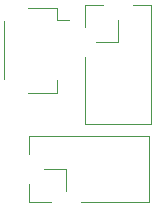
<source format=gto>
G04 #@! TF.GenerationSoftware,KiCad,Pcbnew,5.0.2-bee76a0~70~ubuntu18.04.1*
G04 #@! TF.CreationDate,2018-12-18T05:27:10+01:00*
G04 #@! TF.ProjectId,myoelectronics_spi_harness_to_motor_controller_adapter,6d796f65-6c65-4637-9472-6f6e6963735f,rev?*
G04 #@! TF.SameCoordinates,Original*
G04 #@! TF.FileFunction,Legend,Top*
G04 #@! TF.FilePolarity,Positive*
%FSLAX46Y46*%
G04 Gerber Fmt 4.6, Leading zero omitted, Abs format (unit mm)*
G04 Created by KiCad (PCBNEW 5.0.2-bee76a0~70~ubuntu18.04.1) date Tue 18 Dec 2018 05:27:10 CET*
%MOMM*%
%LPD*%
G01*
G04 APERTURE LIST*
%ADD10C,0.120000*%
G04 APERTURE END LIST*
D10*
G04 #@! TO.C,SPI_OUT2*
X129875000Y-93530000D02*
X129875000Y-92000000D01*
X131750000Y-93530000D02*
X129875000Y-93530000D01*
X133020000Y-90730000D02*
X133020000Y-92600000D01*
X131150000Y-90730000D02*
X133020000Y-90730000D01*
X129875000Y-89460000D02*
X129875000Y-87930000D01*
X129875000Y-87930000D02*
X139975000Y-87930000D01*
X139975000Y-93530000D02*
X139975000Y-87930000D01*
X134290000Y-93530000D02*
X139975000Y-93530000D01*
G04 #@! TO.C,SPI_IN*
X134595001Y-81240001D02*
X134595001Y-86925001D01*
X134595001Y-86925001D02*
X140195001Y-86925001D01*
X140195001Y-76825001D02*
X140195001Y-86925001D01*
X138665001Y-76825001D02*
X140195001Y-76825001D01*
X137395001Y-78100001D02*
X137395001Y-79970001D01*
X137395001Y-79970001D02*
X135525001Y-79970001D01*
X134595001Y-78700001D02*
X134595001Y-76825001D01*
X134595001Y-76825001D02*
X136125001Y-76825001D01*
G04 #@! TO.C,SPI_OUT1*
X129735000Y-77040000D02*
X132235000Y-77040000D01*
X132235000Y-77040000D02*
X132235000Y-78090000D01*
X132235000Y-78090000D02*
X133225000Y-78090000D01*
X129735000Y-84260000D02*
X132235000Y-84260000D01*
X132235000Y-84260000D02*
X132235000Y-83210000D01*
X127765000Y-78210000D02*
X127765000Y-83090000D01*
G04 #@! TD*
M02*

</source>
